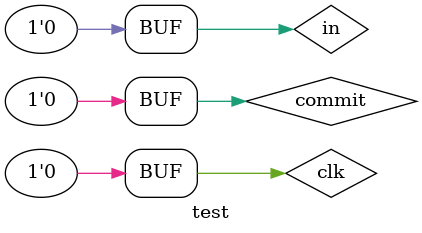
<source format=v>
`timescale 1ns / 1ps


module test();
    reg clk = 0, commit = 0, in = 0;
    wire[3 : 0] hexplay_data;
    wire[2 : 0] hexplay_an;
    wire[3 : 0] ans_cnt;
    wire state, next_state;
    four four(.clk(clk), .commit(commit), .in(in),
        .hexplay_an(hexplay_an), .hexplay_data(hexplay_data),
        .ans_cnt(ans_cnt), .state(state), .next_state(next_state));
endmodule

</source>
